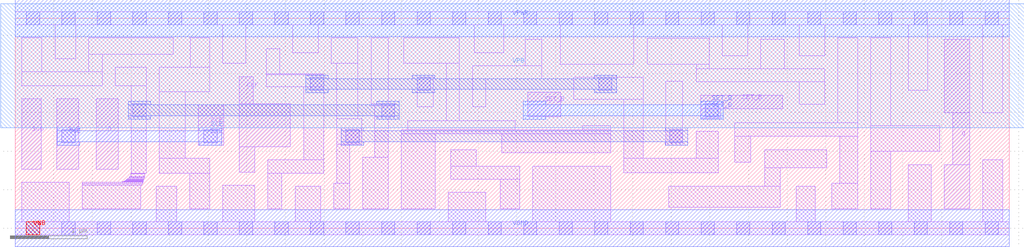
<source format=lef>
# Copyright 2020 The SkyWater PDK Authors
#
# Licensed under the Apache License, Version 2.0 (the "License");
# you may not use this file except in compliance with the License.
# You may obtain a copy of the License at
#
#     https://www.apache.org/licenses/LICENSE-2.0
#
# Unless required by applicable law or agreed to in writing, software
# distributed under the License is distributed on an "AS IS" BASIS,
# WITHOUT WARRANTIES OR CONDITIONS OF ANY KIND, either express or implied.
# See the License for the specific language governing permissions and
# limitations under the License.
#
# SPDX-License-Identifier: Apache-2.0

VERSION 5.7 ;
  NOWIREEXTENSIONATPIN ON ;
  DIVIDERCHAR "/" ;
  BUSBITCHARS "[]" ;
MACRO sky130_fd_sc_hd__sdfstp_2
  CLASS CORE ;
  FOREIGN sky130_fd_sc_hd__sdfstp_2 ;
  ORIGIN  0.000000  0.000000 ;
  SIZE  12.88000 BY  2.720000 ;
  SYMMETRY X Y R90 ;
  SITE unithd ;
  PIN D
    ANTENNAGATEAREA  0.159000 ;
    DIRECTION INPUT ;
    USE SIGNAL ;
    PORT
      LAYER li1 ;
        RECT 1.050000 0.765000 1.335000 1.675000 ;
    END
  END D
  PIN Q
    ANTENNADIFFAREA  0.519750 ;
    DIRECTION OUTPUT ;
    USE SIGNAL ;
    PORT
      LAYER li1 ;
        RECT 12.035000 0.255000 12.365000 0.825000 ;
        RECT 12.035000 1.495000 12.365000 2.450000 ;
        RECT 12.145000 0.825000 12.365000 1.495000 ;
    END
  END Q
  PIN SCD
    ANTENNAGATEAREA  0.159000 ;
    DIRECTION INPUT ;
    USE SIGNAL ;
    PORT
      LAYER li1 ;
        RECT 0.085000 0.765000 0.340000 1.675000 ;
    END
  END SCD
  PIN SCE
    ANTENNAGATEAREA  0.318000 ;
    DIRECTION INPUT ;
    USE SIGNAL ;
    PORT
      LAYER li1 ;
        RECT 0.540000 0.765000 0.820000 1.675000 ;
      LAYER mcon ;
        RECT 0.605000 1.105000 0.775000 1.275000 ;
    END
    PORT
      LAYER li1 ;
        RECT 2.370000 1.075000 2.700000 1.600000 ;
      LAYER mcon ;
        RECT 2.445000 1.105000 2.615000 1.275000 ;
    END
    PORT
      LAYER met1 ;
        RECT 0.545000 1.075000 0.835000 1.120000 ;
        RECT 0.545000 1.120000 2.675000 1.260000 ;
        RECT 0.545000 1.260000 0.835000 1.305000 ;
        RECT 2.385000 1.075000 2.675000 1.120000 ;
        RECT 2.385000 1.260000 2.675000 1.305000 ;
    END
  END SCE
  PIN SET_B
    ANTENNAGATEAREA  0.252000 ;
    DIRECTION INPUT ;
    USE SIGNAL ;
    PORT
      LAYER li1 ;
        RECT 6.640000 1.445000 7.065000 1.765000 ;
    END
    PORT
      LAYER li1 ;
        RECT 8.880000 1.425000 9.135000 1.545000 ;
        RECT 8.880000 1.545000 9.945000 1.725000 ;
      LAYER mcon ;
        RECT 8.940000 1.445000 9.110000 1.615000 ;
    END
    PORT
      LAYER met1 ;
        RECT 6.580000 1.415000 6.870000 1.460000 ;
        RECT 6.580000 1.460000 9.170000 1.600000 ;
        RECT 6.580000 1.600000 6.870000 1.645000 ;
        RECT 8.880000 1.415000 9.170000 1.460000 ;
        RECT 8.880000 1.600000 9.170000 1.645000 ;
    END
  END SET_B
  PIN VNB
    PORT
      LAYER pwell ;
        RECT 0.145000 -0.085000 0.315000 0.085000 ;
    END
  END VNB
  PIN VPB
    PORT
      LAYER nwell ;
        RECT -0.190000 1.305000 13.070000 2.910000 ;
    END
  END VPB
  PIN CLK
    ANTENNAGATEAREA  0.159000 ;
    DIRECTION INPUT ;
    USE CLOCK ;
    PORT
      LAYER li1 ;
        RECT 2.905000 0.725000 3.100000 1.055000 ;
        RECT 2.905000 1.055000 3.565000 1.615000 ;
        RECT 2.905000 1.615000 3.085000 1.960000 ;
    END
  END CLK
  PIN VGND
    DIRECTION INOUT ;
    SHAPE ABUTMENT ;
    USE GROUND ;
    PORT
      LAYER met1 ;
        RECT 0.000000 -0.240000 12.880000 0.240000 ;
    END
  END VGND
  PIN VPWR
    DIRECTION INOUT ;
    SHAPE ABUTMENT ;
    USE POWER ;
    PORT
      LAYER met1 ;
        RECT 0.000000 2.480000 12.880000 2.960000 ;
    END
  END VPWR
  OBS
    LAYER li1 ;
      RECT  0.000000 -0.085000 12.880000 0.085000 ;
      RECT  0.000000  2.635000 12.880000 2.805000 ;
      RECT  0.085000  0.085000  0.700000 0.595000 ;
      RECT  0.085000  1.845000  1.125000 2.025000 ;
      RECT  0.085000  2.025000  0.345000 2.465000 ;
      RECT  0.515000  2.195000  0.785000 2.635000 ;
      RECT  0.870000  0.255000  1.625000 0.555000 ;
      RECT  0.870000  0.555000  1.640000 0.575000 ;
      RECT  0.870000  0.575000  1.650000 0.595000 ;
      RECT  0.955000  2.025000  1.125000 2.255000 ;
      RECT  0.955000  2.255000  2.045000 2.465000 ;
      RECT  1.295000  1.845000  1.695000 2.085000 ;
      RECT  1.380000  0.595000  1.660000 0.600000 ;
      RECT  1.395000  0.600000  1.660000 0.605000 ;
      RECT  1.405000  0.605000  1.660000 0.610000 ;
      RECT  1.420000  0.610000  1.660000 0.615000 ;
      RECT  1.430000  0.615000  1.660000 0.620000 ;
      RECT  1.440000  0.620000  1.665000 0.630000 ;
      RECT  1.445000  0.630000  1.665000 0.635000 ;
      RECT  1.460000  0.635000  1.665000 0.645000 ;
      RECT  1.475000  0.645000  1.670000 0.660000 ;
      RECT  1.475000  0.660000  1.675000 0.665000 ;
      RECT  1.495000  0.665000  1.675000 0.705000 ;
      RECT  1.505000  0.705000  1.675000 0.710000 ;
      RECT  1.505000  0.710000  1.695000 1.845000 ;
      RECT  1.825000  0.085000  2.090000 0.545000 ;
      RECT  1.865000  0.715000  2.520000 0.905000 ;
      RECT  1.865000  0.905000  2.200000 1.770000 ;
      RECT  1.865000  1.770000  2.520000 2.085000 ;
      RECT  2.260000  0.255000  2.520000 0.715000 ;
      RECT  2.270000  2.085000  2.520000 2.465000 ;
      RECT  2.690000  0.085000  3.100000 0.555000 ;
      RECT  2.690000  2.140000  2.985000 2.635000 ;
      RECT  3.255000  1.830000  3.995000 1.990000 ;
      RECT  3.255000  1.990000  3.985000 2.000000 ;
      RECT  3.255000  2.000000  3.425000 2.325000 ;
      RECT  3.270000  0.255000  3.455000 0.715000 ;
      RECT  3.270000  0.715000  3.995000 0.885000 ;
      RECT  3.595000  2.275000  3.925000 2.635000 ;
      RECT  3.625000  0.085000  3.955000 0.545000 ;
      RECT  3.735000  0.885000  3.995000 1.830000 ;
      RECT  4.095000  2.135000  4.440000 2.465000 ;
      RECT  4.125000  0.255000  4.335000 0.585000 ;
      RECT  4.165000  0.585000  4.335000 1.090000 ;
      RECT  4.165000  1.090000  4.490000 1.420000 ;
      RECT  4.165000  1.420000  4.440000 2.135000 ;
      RECT  4.505000  0.255000  4.830000 0.920000 ;
      RECT  4.615000  1.590000  4.915000 1.615000 ;
      RECT  4.615000  1.615000  4.830000 2.465000 ;
      RECT  4.660000  0.920000  4.830000 1.445000 ;
      RECT  4.660000  1.445000  4.915000 1.590000 ;
      RECT  5.000000  0.255000  5.440000 1.225000 ;
      RECT  5.000000  1.225000  7.715000 1.275000 ;
      RECT  5.035000  2.135000  5.755000 2.465000 ;
      RECT  5.085000  1.275000  6.475000 1.395000 ;
      RECT  5.205000  1.575000  5.415000 1.955000 ;
      RECT  5.585000  1.395000  5.755000 2.135000 ;
      RECT  5.610000  0.085000  6.095000 0.465000 ;
      RECT  5.645000  0.635000  6.535000 0.805000 ;
      RECT  5.645000  0.805000  5.975000 1.015000 ;
      RECT  5.925000  1.575000  6.095000 1.935000 ;
      RECT  5.925000  1.935000  6.820000 2.105000 ;
      RECT  5.945000  2.275000  6.330000 2.635000 ;
      RECT  6.285000  0.255000  6.535000 0.635000 ;
      RECT  6.305000  0.975000  7.715000 1.225000 ;
      RECT  6.605000  2.105000  6.820000 2.450000 ;
      RECT  6.705000  0.085000  7.715000 0.805000 ;
      RECT  7.060000  2.125000  8.015000 2.635000 ;
      RECT  7.235000  1.670000  8.135000 1.955000 ;
      RECT  7.355000  1.275000  7.715000 1.325000 ;
      RECT  7.885000  0.720000  9.105000 0.905000 ;
      RECT  7.885000  0.905000  8.135000 1.670000 ;
      RECT  8.185000  2.125000  8.990000 2.460000 ;
      RECT  8.425000  1.075000  8.650000 1.905000 ;
      RECT  8.465000  0.275000  9.910000 0.545000 ;
      RECT  8.820000  0.905000  9.105000 1.255000 ;
      RECT  8.820000  1.895000 10.485000 2.065000 ;
      RECT  8.820000  2.065000  8.990000 2.125000 ;
      RECT  9.160000  2.235000  9.490000 2.635000 ;
      RECT  9.320000  0.855000  9.530000 1.195000 ;
      RECT  9.320000  1.195000 10.915000 1.365000 ;
      RECT  9.660000  2.065000  9.965000 2.450000 ;
      RECT  9.710000  0.545000  9.910000 0.785000 ;
      RECT  9.710000  0.785000 10.515000 1.015000 ;
      RECT 10.115000  0.085000 10.365000 0.545000 ;
      RECT 10.155000  1.605000 10.485000 1.895000 ;
      RECT 10.155000  2.235000 10.485000 2.635000 ;
      RECT 10.575000  0.255000 10.915000 0.585000 ;
      RECT 10.655000  1.365000 10.915000 2.465000 ;
      RECT 10.685000  0.585000 10.915000 1.195000 ;
      RECT 11.085000  0.255000 11.345000 0.995000 ;
      RECT 11.085000  0.995000 11.975000 1.325000 ;
      RECT 11.085000  1.325000 11.345000 2.465000 ;
      RECT 11.570000  0.085000 11.865000 0.825000 ;
      RECT 11.570000  1.790000 11.820000 2.635000 ;
      RECT 12.535000  0.085000 12.795000 0.885000 ;
      RECT 12.535000  1.495000 12.795000 2.635000 ;
    LAYER mcon ;
      RECT  0.145000 -0.085000  0.315000 0.085000 ;
      RECT  0.145000  2.635000  0.315000 2.805000 ;
      RECT  0.605000 -0.085000  0.775000 0.085000 ;
      RECT  0.605000  2.635000  0.775000 2.805000 ;
      RECT  1.065000 -0.085000  1.235000 0.085000 ;
      RECT  1.065000  2.635000  1.235000 2.805000 ;
      RECT  1.525000 -0.085000  1.695000 0.085000 ;
      RECT  1.525000  1.445000  1.695000 1.615000 ;
      RECT  1.525000  2.635000  1.695000 2.805000 ;
      RECT  1.985000 -0.085000  2.155000 0.085000 ;
      RECT  1.985000  2.635000  2.155000 2.805000 ;
      RECT  2.445000 -0.085000  2.615000 0.085000 ;
      RECT  2.445000  2.635000  2.615000 2.805000 ;
      RECT  2.905000 -0.085000  3.075000 0.085000 ;
      RECT  2.905000  2.635000  3.075000 2.805000 ;
      RECT  3.365000 -0.085000  3.535000 0.085000 ;
      RECT  3.365000  2.635000  3.535000 2.805000 ;
      RECT  3.825000 -0.085000  3.995000 0.085000 ;
      RECT  3.825000  1.785000  3.995000 1.955000 ;
      RECT  3.825000  2.635000  3.995000 2.805000 ;
      RECT  4.285000 -0.085000  4.455000 0.085000 ;
      RECT  4.285000  1.105000  4.455000 1.275000 ;
      RECT  4.285000  2.635000  4.455000 2.805000 ;
      RECT  4.745000 -0.085000  4.915000 0.085000 ;
      RECT  4.745000  1.445000  4.915000 1.615000 ;
      RECT  4.745000  2.635000  4.915000 2.805000 ;
      RECT  5.205000 -0.085000  5.375000 0.085000 ;
      RECT  5.205000  1.785000  5.375000 1.955000 ;
      RECT  5.205000  2.635000  5.375000 2.805000 ;
      RECT  5.665000 -0.085000  5.835000 0.085000 ;
      RECT  5.665000  2.635000  5.835000 2.805000 ;
      RECT  6.125000 -0.085000  6.295000 0.085000 ;
      RECT  6.125000  2.635000  6.295000 2.805000 ;
      RECT  6.585000 -0.085000  6.755000 0.085000 ;
      RECT  6.585000  2.635000  6.755000 2.805000 ;
      RECT  7.045000 -0.085000  7.215000 0.085000 ;
      RECT  7.045000  2.635000  7.215000 2.805000 ;
      RECT  7.505000 -0.085000  7.675000 0.085000 ;
      RECT  7.505000  2.635000  7.675000 2.805000 ;
      RECT  7.560000  1.785000  7.730000 1.955000 ;
      RECT  7.965000 -0.085000  8.135000 0.085000 ;
      RECT  7.965000  2.635000  8.135000 2.805000 ;
      RECT  8.425000 -0.085000  8.595000 0.085000 ;
      RECT  8.425000  2.635000  8.595000 2.805000 ;
      RECT  8.480000  1.105000  8.650000 1.275000 ;
      RECT  8.885000 -0.085000  9.055000 0.085000 ;
      RECT  8.885000  2.635000  9.055000 2.805000 ;
      RECT  9.345000 -0.085000  9.515000 0.085000 ;
      RECT  9.345000  2.635000  9.515000 2.805000 ;
      RECT  9.805000 -0.085000  9.975000 0.085000 ;
      RECT  9.805000  2.635000  9.975000 2.805000 ;
      RECT 10.265000 -0.085000 10.435000 0.085000 ;
      RECT 10.265000  2.635000 10.435000 2.805000 ;
      RECT 10.725000 -0.085000 10.895000 0.085000 ;
      RECT 10.725000  2.635000 10.895000 2.805000 ;
      RECT 11.185000 -0.085000 11.355000 0.085000 ;
      RECT 11.185000  2.635000 11.355000 2.805000 ;
      RECT 11.645000 -0.085000 11.815000 0.085000 ;
      RECT 11.645000  2.635000 11.815000 2.805000 ;
      RECT 12.105000 -0.085000 12.275000 0.085000 ;
      RECT 12.105000  2.635000 12.275000 2.805000 ;
      RECT 12.565000 -0.085000 12.735000 0.085000 ;
      RECT 12.565000  2.635000 12.735000 2.805000 ;
    LAYER met1 ;
      RECT 1.465000 1.415000 1.755000 1.460000 ;
      RECT 1.465000 1.460000 4.975000 1.600000 ;
      RECT 1.465000 1.600000 1.755000 1.645000 ;
      RECT 3.765000 1.755000 4.055000 1.800000 ;
      RECT 3.765000 1.800000 7.790000 1.940000 ;
      RECT 3.765000 1.940000 4.055000 1.985000 ;
      RECT 4.225000 1.075000 4.515000 1.120000 ;
      RECT 4.225000 1.120000 8.710000 1.260000 ;
      RECT 4.225000 1.260000 4.515000 1.305000 ;
      RECT 4.685000 1.415000 4.975000 1.460000 ;
      RECT 4.685000 1.600000 4.975000 1.645000 ;
      RECT 5.145000 1.755000 5.435000 1.800000 ;
      RECT 5.145000 1.940000 5.435000 1.985000 ;
      RECT 7.500000 1.755000 7.790000 1.800000 ;
      RECT 7.500000 1.940000 7.790000 1.985000 ;
      RECT 8.420000 1.075000 8.710000 1.120000 ;
      RECT 8.420000 1.260000 8.710000 1.305000 ;
  END
END sky130_fd_sc_hd__sdfstp_2
END LIBRARY

</source>
